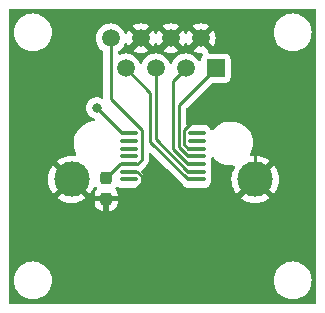
<source format=gbr>
%TF.GenerationSoftware,KiCad,Pcbnew,7.0.2-6a45011f42~172~ubuntu22.04.1*%
%TF.CreationDate,2023-07-12T14:03:09-05:00*%
%TF.ProjectId,Encoder,456e636f-6465-4722-9e6b-696361645f70,rev?*%
%TF.SameCoordinates,Original*%
%TF.FileFunction,Copper,L1,Top*%
%TF.FilePolarity,Positive*%
%FSLAX46Y46*%
G04 Gerber Fmt 4.6, Leading zero omitted, Abs format (unit mm)*
G04 Created by KiCad (PCBNEW 7.0.2-6a45011f42~172~ubuntu22.04.1) date 2023-07-12 14:03:09*
%MOMM*%
%LPD*%
G01*
G04 APERTURE LIST*
G04 Aperture macros list*
%AMRoundRect*
0 Rectangle with rounded corners*
0 $1 Rounding radius*
0 $2 $3 $4 $5 $6 $7 $8 $9 X,Y pos of 4 corners*
0 Add a 4 corners polygon primitive as box body*
4,1,4,$2,$3,$4,$5,$6,$7,$8,$9,$2,$3,0*
0 Add four circle primitives for the rounded corners*
1,1,$1+$1,$2,$3*
1,1,$1+$1,$4,$5*
1,1,$1+$1,$6,$7*
1,1,$1+$1,$8,$9*
0 Add four rect primitives between the rounded corners*
20,1,$1+$1,$2,$3,$4,$5,0*
20,1,$1+$1,$4,$5,$6,$7,0*
20,1,$1+$1,$6,$7,$8,$9,0*
20,1,$1+$1,$8,$9,$2,$3,0*%
G04 Aperture macros list end*
%TA.AperFunction,SMDPad,CuDef*%
%ADD10RoundRect,0.237500X-0.237500X0.300000X-0.237500X-0.300000X0.237500X-0.300000X0.237500X0.300000X0*%
%TD*%
%TA.AperFunction,SMDPad,CuDef*%
%ADD11RoundRect,0.100000X0.637500X0.100000X-0.637500X0.100000X-0.637500X-0.100000X0.637500X-0.100000X0*%
%TD*%
%TA.AperFunction,ComponentPad*%
%ADD12R,1.500000X1.500000*%
%TD*%
%TA.AperFunction,ComponentPad*%
%ADD13C,1.500000*%
%TD*%
%TA.AperFunction,ComponentPad*%
%ADD14C,3.000000*%
%TD*%
%TA.AperFunction,ViaPad*%
%ADD15C,0.800000*%
%TD*%
%TA.AperFunction,Conductor*%
%ADD16C,0.250000*%
%TD*%
G04 APERTURE END LIST*
D10*
%TO.P,C1,1*%
%TO.N,+3.3V*%
X56200000Y-62337500D03*
%TO.P,C1,2*%
%TO.N,GND*%
X56200000Y-64062500D03*
%TD*%
D11*
%TO.P,U1,1,~{CS}*%
%TO.N,CS*%
X63862500Y-62450000D03*
%TO.P,U1,2,CLK*%
%TO.N,CLK*%
X63862500Y-61800000D03*
%TO.P,U1,3,MISO*%
%TO.N,MISO*%
X63862500Y-61150000D03*
%TO.P,U1,4,MOSI*%
%TO.N,MOSI*%
X63862500Y-60500000D03*
%TO.P,U1,5,TST*%
%TO.N,GND*%
X63862500Y-59850000D03*
%TO.P,U1,6,B*%
%TO.N,unconnected-(U1-B-Pad6)*%
X63862500Y-59200000D03*
%TO.P,U1,7,A*%
%TO.N,unconnected-(U1-A-Pad7)*%
X63862500Y-58550000D03*
%TO.P,U1,8,W/PWM*%
%TO.N,Net-(U1-W{slash}PWM)*%
X58137500Y-58550000D03*
%TO.P,U1,9,V*%
%TO.N,unconnected-(U1-V-Pad9)*%
X58137500Y-59200000D03*
%TO.P,U1,10,U*%
%TO.N,unconnected-(U1-U-Pad10)*%
X58137500Y-59850000D03*
%TO.P,U1,11,VDD*%
%TO.N,unconnected-(U1-VDD-Pad11)*%
X58137500Y-60500000D03*
%TO.P,U1,12,VDD3V3*%
%TO.N,+3.3V*%
X58137500Y-61150000D03*
%TO.P,U1,13,GND*%
%TO.N,GND*%
X58137500Y-61800000D03*
%TO.P,U1,14,I/PWM*%
%TO.N,unconnected-(U1-I{slash}PWM-Pad14)*%
X58137500Y-62450000D03*
%TD*%
D12*
%TO.P,J1,1*%
%TO.N,MOSI*%
X65490000Y-53040000D03*
D13*
%TO.P,J1,2*%
%TO.N,GND*%
X64220000Y-50500000D03*
%TO.P,J1,3*%
%TO.N,MISO*%
X62950000Y-53040000D03*
%TO.P,J1,4*%
%TO.N,GND*%
X61680000Y-50500000D03*
%TO.P,J1,5*%
%TO.N,CLK*%
X60410000Y-53040000D03*
%TO.P,J1,6*%
%TO.N,GND*%
X59140000Y-50500000D03*
%TO.P,J1,7*%
%TO.N,CS*%
X57870000Y-53040000D03*
%TO.P,J1,8*%
%TO.N,+3.3V*%
X56600000Y-50500000D03*
D14*
%TO.P,J1,SH*%
%TO.N,GND*%
X68815000Y-62440000D03*
X53275000Y-62440000D03*
%TD*%
D15*
%TO.N,Net-(U1-W{slash}PWM)*%
X55400000Y-56400000D03*
%TD*%
D16*
%TO.N,+3.3V*%
X56200000Y-62337500D02*
X57387500Y-61150000D01*
X59200000Y-60776041D02*
X58826041Y-61150000D01*
X56600000Y-55673959D02*
X59200000Y-58273959D01*
X56600000Y-50500000D02*
X56600000Y-55673959D01*
X58826041Y-61150000D02*
X58137500Y-61150000D01*
X59200000Y-58273959D02*
X59200000Y-60776041D01*
X57387500Y-61150000D02*
X58137500Y-61150000D01*
%TO.N,GND*%
X63683959Y-57390000D02*
X67588427Y-57390000D01*
X68815000Y-58616573D02*
X68815000Y-62440000D01*
X62800000Y-58273959D02*
X63683959Y-57390000D01*
X63173959Y-59850000D02*
X62800000Y-59476041D01*
X57863541Y-64062500D02*
X56200000Y-64062500D01*
X59200000Y-62173959D02*
X59200000Y-62726041D01*
X58826041Y-61800000D02*
X59200000Y-62173959D01*
X63862500Y-59850000D02*
X63173959Y-59850000D01*
X58137500Y-61800000D02*
X58826041Y-61800000D01*
X67588427Y-57390000D02*
X68815000Y-58616573D01*
X62800000Y-59476041D02*
X62800000Y-58273959D01*
X59200000Y-62726041D02*
X57863541Y-64062500D01*
%TO.N,CLK*%
X60410000Y-53040000D02*
X60410000Y-59036041D01*
X63173959Y-61800000D02*
X63862500Y-61800000D01*
X60410000Y-59036041D02*
X63173959Y-61800000D01*
%TO.N,MISO*%
X61900000Y-59876041D02*
X63173959Y-61150000D01*
X62950000Y-53040000D02*
X61900000Y-54090000D01*
X61900000Y-54090000D02*
X61900000Y-59876041D01*
X63173959Y-61150000D02*
X63862500Y-61150000D01*
%TO.N,CS*%
X63173959Y-62450000D02*
X63862500Y-62450000D01*
X59960000Y-55130000D02*
X59960000Y-59236041D01*
X59960000Y-59236041D02*
X63173959Y-62450000D01*
X57870000Y-53040000D02*
X59960000Y-55130000D01*
%TO.N,MOSI*%
X63173959Y-60500000D02*
X63862500Y-60500000D01*
X62350000Y-56180000D02*
X62350000Y-59676041D01*
X65490000Y-53040000D02*
X62350000Y-56180000D01*
X62350000Y-59676041D02*
X63173959Y-60500000D01*
%TO.N,Net-(U1-W{slash}PWM)*%
X55400000Y-56400000D02*
X57550000Y-58550000D01*
X57550000Y-58550000D02*
X58137500Y-58550000D01*
%TD*%
%TA.AperFunction,Conductor*%
%TO.N,GND*%
G36*
X62723124Y-51189572D02*
G01*
X62766668Y-51127384D01*
X62837617Y-50975233D01*
X62883789Y-50922793D01*
X62950982Y-50903641D01*
X63017863Y-50923856D01*
X63062381Y-50975232D01*
X63133332Y-51127388D01*
X63176873Y-51189571D01*
X63176875Y-51189572D01*
X63775549Y-50590896D01*
X63776327Y-50601265D01*
X63825887Y-50727541D01*
X63910465Y-50833599D01*
X64022547Y-50910016D01*
X64130299Y-50943253D01*
X63530426Y-51543124D01*
X63530427Y-51543125D01*
X63592610Y-51586666D01*
X63790840Y-51679102D01*
X64002113Y-51735712D01*
X64219998Y-51754775D01*
X64259899Y-51751284D01*
X64328399Y-51765050D01*
X64378583Y-51813665D01*
X64394517Y-51881693D01*
X64371143Y-51947537D01*
X64369975Y-51949122D01*
X64296205Y-52047666D01*
X64245910Y-52182515D01*
X64245909Y-52182517D01*
X64239500Y-52242127D01*
X64239500Y-52245449D01*
X64239500Y-52308138D01*
X64219815Y-52375177D01*
X64167011Y-52420932D01*
X64097853Y-52430876D01*
X64034297Y-52401851D01*
X64013925Y-52379262D01*
X64011065Y-52375177D01*
X63911598Y-52233123D01*
X63756877Y-52078402D01*
X63577639Y-51952898D01*
X63486205Y-51910261D01*
X63379331Y-51860425D01*
X63167974Y-51803792D01*
X62950000Y-51784722D01*
X62732025Y-51803792D01*
X62520668Y-51860425D01*
X62322361Y-51952898D01*
X62143122Y-52078402D01*
X61988402Y-52233122D01*
X61862898Y-52412361D01*
X61792382Y-52563583D01*
X61746209Y-52616022D01*
X61679016Y-52635174D01*
X61612135Y-52614958D01*
X61567618Y-52563583D01*
X61501098Y-52420932D01*
X61497102Y-52412362D01*
X61371598Y-52233123D01*
X61216877Y-52078402D01*
X61037639Y-51952898D01*
X60946205Y-51910261D01*
X60839331Y-51860425D01*
X60627974Y-51803792D01*
X60409999Y-51784722D01*
X60192025Y-51803792D01*
X59980668Y-51860425D01*
X59782361Y-51952898D01*
X59603122Y-52078402D01*
X59448402Y-52233122D01*
X59322898Y-52412361D01*
X59252382Y-52563583D01*
X59206209Y-52616022D01*
X59139016Y-52635174D01*
X59072135Y-52614958D01*
X59027618Y-52563583D01*
X58961098Y-52420932D01*
X58957102Y-52412362D01*
X58831598Y-52233123D01*
X58676877Y-52078402D01*
X58497639Y-51952898D01*
X58406205Y-51910261D01*
X58299331Y-51860425D01*
X58087974Y-51803792D01*
X57870000Y-51784722D01*
X57652025Y-51803792D01*
X57440665Y-51860426D01*
X57401904Y-51878501D01*
X57332827Y-51888993D01*
X57269043Y-51860473D01*
X57230804Y-51801996D01*
X57225500Y-51766119D01*
X57225500Y-51653149D01*
X57245185Y-51586110D01*
X57278374Y-51551576D01*
X57406877Y-51461598D01*
X57561598Y-51306877D01*
X57687102Y-51127639D01*
X57757895Y-50975822D01*
X57804066Y-50923385D01*
X57871260Y-50904233D01*
X57938141Y-50924449D01*
X57982658Y-50975825D01*
X58053331Y-51127386D01*
X58096873Y-51189571D01*
X58096874Y-51189572D01*
X58695550Y-50590896D01*
X58696327Y-50601265D01*
X58745887Y-50727541D01*
X58830465Y-50833599D01*
X58942547Y-50910016D01*
X59050299Y-50943253D01*
X58450426Y-51543124D01*
X58450427Y-51543125D01*
X58512610Y-51586666D01*
X58710840Y-51679102D01*
X58922113Y-51735712D01*
X59140000Y-51754775D01*
X59357886Y-51735712D01*
X59569159Y-51679102D01*
X59767385Y-51586667D01*
X59829572Y-51543124D01*
X59228232Y-50941784D01*
X59274138Y-50934865D01*
X59396357Y-50876007D01*
X59495798Y-50783740D01*
X59563625Y-50666260D01*
X59581499Y-50587946D01*
X60183124Y-51189572D01*
X60226668Y-51127384D01*
X60297617Y-50975233D01*
X60343789Y-50922793D01*
X60410982Y-50903641D01*
X60477863Y-50923856D01*
X60522381Y-50975232D01*
X60593332Y-51127388D01*
X60636873Y-51189571D01*
X60636875Y-51189572D01*
X61235550Y-50590896D01*
X61236327Y-50601265D01*
X61285887Y-50727541D01*
X61370465Y-50833599D01*
X61482547Y-50910016D01*
X61590299Y-50943253D01*
X60990426Y-51543124D01*
X60990427Y-51543125D01*
X61052610Y-51586666D01*
X61250840Y-51679102D01*
X61462113Y-51735712D01*
X61680000Y-51754775D01*
X61897886Y-51735712D01*
X62109159Y-51679102D01*
X62307385Y-51586667D01*
X62369572Y-51543124D01*
X61768232Y-50941784D01*
X61814138Y-50934865D01*
X61936357Y-50876007D01*
X62035798Y-50783740D01*
X62103625Y-50666260D01*
X62121499Y-50587946D01*
X62723124Y-51189572D01*
G37*
%TD.AperFunction*%
%TA.AperFunction,Conductor*%
G36*
X73942539Y-48020185D02*
G01*
X73988294Y-48072989D01*
X73999500Y-48124500D01*
X73999500Y-72875500D01*
X73979815Y-72942539D01*
X73927011Y-72988294D01*
X73875500Y-72999500D01*
X48124500Y-72999500D01*
X48057461Y-72979815D01*
X48011706Y-72927011D01*
X48000500Y-72875500D01*
X48000500Y-70999999D01*
X48394551Y-70999999D01*
X48414317Y-71251149D01*
X48473126Y-71496110D01*
X48521330Y-71612484D01*
X48569534Y-71728859D01*
X48701164Y-71943659D01*
X48864776Y-72135224D01*
X49056341Y-72298836D01*
X49271141Y-72430466D01*
X49503889Y-72526873D01*
X49748852Y-72585683D01*
X50000000Y-72605449D01*
X50251148Y-72585683D01*
X50496111Y-72526873D01*
X50728859Y-72430466D01*
X50943659Y-72298836D01*
X51135224Y-72135224D01*
X51298836Y-71943659D01*
X51430466Y-71728859D01*
X51526873Y-71496111D01*
X51585683Y-71251148D01*
X51605449Y-71000000D01*
X51605449Y-70999999D01*
X70394551Y-70999999D01*
X70414317Y-71251149D01*
X70473126Y-71496110D01*
X70521330Y-71612484D01*
X70569534Y-71728859D01*
X70701164Y-71943659D01*
X70864776Y-72135224D01*
X71056341Y-72298836D01*
X71271141Y-72430466D01*
X71503889Y-72526873D01*
X71748852Y-72585683D01*
X72000000Y-72605449D01*
X72251148Y-72585683D01*
X72496111Y-72526873D01*
X72728859Y-72430466D01*
X72943659Y-72298836D01*
X73135224Y-72135224D01*
X73298836Y-71943659D01*
X73430466Y-71728859D01*
X73526873Y-71496111D01*
X73585683Y-71251148D01*
X73605449Y-71000000D01*
X73585683Y-70748852D01*
X73526873Y-70503889D01*
X73430466Y-70271141D01*
X73298836Y-70056341D01*
X73135224Y-69864776D01*
X72943659Y-69701164D01*
X72728859Y-69569534D01*
X72612485Y-69521330D01*
X72496110Y-69473126D01*
X72251149Y-69414317D01*
X72000000Y-69394551D01*
X71748850Y-69414317D01*
X71503889Y-69473126D01*
X71271139Y-69569535D01*
X71056342Y-69701163D01*
X70864776Y-69864776D01*
X70701163Y-70056342D01*
X70569535Y-70271139D01*
X70473126Y-70503889D01*
X70414317Y-70748850D01*
X70394551Y-70999999D01*
X51605449Y-70999999D01*
X51585683Y-70748852D01*
X51526873Y-70503889D01*
X51430466Y-70271141D01*
X51298836Y-70056341D01*
X51135224Y-69864776D01*
X50943659Y-69701164D01*
X50728859Y-69569534D01*
X50612485Y-69521330D01*
X50496110Y-69473126D01*
X50251149Y-69414317D01*
X50000000Y-69394551D01*
X49748850Y-69414317D01*
X49503889Y-69473126D01*
X49271139Y-69569535D01*
X49056342Y-69701163D01*
X48864776Y-69864776D01*
X48701163Y-70056342D01*
X48569535Y-70271139D01*
X48473126Y-70503889D01*
X48414317Y-70748850D01*
X48394551Y-70999999D01*
X48000500Y-70999999D01*
X48000500Y-62439999D01*
X51269890Y-62439999D01*
X51290300Y-62725357D01*
X51351111Y-63004902D01*
X51451088Y-63272952D01*
X51588193Y-63524042D01*
X51694883Y-63666562D01*
X52558338Y-62803107D01*
X52645577Y-62941948D01*
X52773052Y-63069423D01*
X52911890Y-63156660D01*
X52048436Y-64020115D01*
X52190958Y-64126806D01*
X52442047Y-64263911D01*
X52710097Y-64363888D01*
X52989642Y-64424699D01*
X53274999Y-64445109D01*
X53560357Y-64424699D01*
X53839902Y-64363888D01*
X53977679Y-64312500D01*
X55225001Y-64312500D01*
X55225001Y-64408497D01*
X55225321Y-64414779D01*
X55235318Y-64512650D01*
X55289546Y-64676301D01*
X55380056Y-64823040D01*
X55501959Y-64944943D01*
X55648698Y-65035453D01*
X55812348Y-65089681D01*
X55910203Y-65099678D01*
X55916519Y-65099999D01*
X55950000Y-65099999D01*
X55950000Y-64312500D01*
X56450000Y-64312500D01*
X56450000Y-65099999D01*
X56483497Y-65099999D01*
X56489779Y-65099678D01*
X56587650Y-65089681D01*
X56751301Y-65035453D01*
X56898040Y-64944943D01*
X57019943Y-64823040D01*
X57110453Y-64676301D01*
X57164681Y-64512651D01*
X57174680Y-64414777D01*
X57175000Y-64408499D01*
X57175000Y-64312500D01*
X56450000Y-64312500D01*
X55950000Y-64312500D01*
X55225001Y-64312500D01*
X53977679Y-64312500D01*
X54107952Y-64263911D01*
X54359041Y-64126806D01*
X54501562Y-64020115D01*
X53638108Y-63156661D01*
X53776948Y-63069423D01*
X53904423Y-62941948D01*
X53991661Y-62803108D01*
X54855115Y-63666562D01*
X54961806Y-63524041D01*
X55098910Y-63272953D01*
X55156678Y-63118070D01*
X55198549Y-63062136D01*
X55264013Y-63037719D01*
X55332286Y-63052570D01*
X55378398Y-63096304D01*
X55379661Y-63098352D01*
X55393981Y-63112672D01*
X55427466Y-63173995D01*
X55422482Y-63243687D01*
X55393983Y-63288032D01*
X55380057Y-63301958D01*
X55289546Y-63448698D01*
X55235318Y-63612348D01*
X55225319Y-63710222D01*
X55225000Y-63716500D01*
X55225000Y-63812500D01*
X57174999Y-63812500D01*
X57174999Y-63716502D01*
X57174678Y-63710220D01*
X57164681Y-63612349D01*
X57110453Y-63448698D01*
X57019943Y-63301959D01*
X57006018Y-63288034D01*
X56972533Y-63226711D01*
X56977517Y-63157019D01*
X57006020Y-63112670D01*
X57030591Y-63088100D01*
X57033152Y-63090661D01*
X57066971Y-63060242D01*
X57135934Y-63049018D01*
X57196052Y-63073687D01*
X57197158Y-63074535D01*
X57197159Y-63074536D01*
X57343238Y-63135044D01*
X57460639Y-63150500D01*
X58814360Y-63150499D01*
X58931762Y-63135044D01*
X59077841Y-63074536D01*
X59203282Y-62978282D01*
X59299536Y-62852841D01*
X59360044Y-62706762D01*
X59375500Y-62589361D01*
X59375499Y-62310640D01*
X59372870Y-62290669D01*
X59360045Y-62193239D01*
X59351163Y-62171797D01*
X59343694Y-62102328D01*
X59351164Y-62076888D01*
X59359556Y-62056628D01*
X59367012Y-62000000D01*
X59324500Y-62000000D01*
X59257461Y-61980315D01*
X59226124Y-61951486D01*
X59203281Y-61921716D01*
X59172861Y-61898374D01*
X59131659Y-61841946D01*
X59127504Y-61772200D01*
X59161717Y-61711280D01*
X59172850Y-61701632D01*
X59203282Y-61678282D01*
X59226121Y-61648516D01*
X59282549Y-61607312D01*
X59324499Y-61600000D01*
X59367010Y-61600000D01*
X59367011Y-61599998D01*
X59362617Y-61566619D01*
X59373383Y-61497584D01*
X59397871Y-61462759D01*
X59583786Y-61276843D01*
X59599881Y-61263951D01*
X59601873Y-61261829D01*
X59601877Y-61261827D01*
X59647949Y-61212764D01*
X59650534Y-61210096D01*
X59670120Y-61190512D01*
X59672585Y-61187333D01*
X59680167Y-61178457D01*
X59683248Y-61175176D01*
X59710062Y-61146623D01*
X59719712Y-61129068D01*
X59730400Y-61112798D01*
X59742671Y-61096979D01*
X59742673Y-61096977D01*
X59760026Y-61056873D01*
X59765157Y-61046403D01*
X59766567Y-61043839D01*
X59786197Y-61008133D01*
X59791175Y-60988740D01*
X59797481Y-60970323D01*
X59802664Y-60958347D01*
X59805438Y-60951937D01*
X59812272Y-60908786D01*
X59814635Y-60897372D01*
X59825500Y-60855060D01*
X59825500Y-60835023D01*
X59827027Y-60815625D01*
X59830160Y-60795845D01*
X59826050Y-60752365D01*
X59825500Y-60740696D01*
X59825500Y-60285493D01*
X59845185Y-60218454D01*
X59897989Y-60172699D01*
X59967147Y-60162755D01*
X60030703Y-60191780D01*
X60037179Y-60197810D01*
X61361822Y-61522454D01*
X62673155Y-62833787D01*
X62686055Y-62849888D01*
X62688172Y-62851876D01*
X62688173Y-62851877D01*
X62689200Y-62852841D01*
X62722160Y-62883793D01*
X62735652Y-62898699D01*
X62796717Y-62978282D01*
X62905999Y-63062136D01*
X62922159Y-63074536D01*
X63068238Y-63135044D01*
X63185639Y-63150500D01*
X64539360Y-63150499D01*
X64656762Y-63135044D01*
X64802841Y-63074536D01*
X64928282Y-62978282D01*
X65024536Y-62852841D01*
X65085044Y-62706762D01*
X65100500Y-62589361D01*
X65100499Y-62310640D01*
X65085044Y-62193238D01*
X65076433Y-62172451D01*
X65068965Y-62102985D01*
X65076432Y-62077551D01*
X65085044Y-62056762D01*
X65100500Y-61939361D01*
X65100499Y-61660640D01*
X65085044Y-61543238D01*
X65076433Y-61522451D01*
X65068965Y-61452985D01*
X65076432Y-61427551D01*
X65085044Y-61406762D01*
X65100500Y-61289361D01*
X65100499Y-61010640D01*
X65085044Y-60893238D01*
X65076433Y-60872451D01*
X65068965Y-60802985D01*
X65076432Y-60777551D01*
X65085044Y-60756762D01*
X65098920Y-60651360D01*
X65127185Y-60587466D01*
X65185509Y-60548994D01*
X65255374Y-60548162D01*
X65314597Y-60585234D01*
X65317170Y-60588227D01*
X65340356Y-60616088D01*
X65406209Y-60695218D01*
X65610677Y-60878423D01*
X65839641Y-61029904D01*
X66088221Y-61146433D01*
X66351119Y-61225527D01*
X66622731Y-61265500D01*
X66622734Y-61265500D01*
X66826285Y-61265500D01*
X66828547Y-61265500D01*
X66965186Y-61255499D01*
X67033484Y-61270237D01*
X67082971Y-61319560D01*
X67097937Y-61387808D01*
X67083070Y-61438595D01*
X66991088Y-61607046D01*
X66891111Y-61875097D01*
X66830300Y-62154642D01*
X66809890Y-62439999D01*
X66830300Y-62725357D01*
X66891111Y-63004902D01*
X66991088Y-63272952D01*
X67128193Y-63524042D01*
X67234883Y-63666562D01*
X68098338Y-62803107D01*
X68185577Y-62941948D01*
X68313052Y-63069423D01*
X68451891Y-63156661D01*
X67588436Y-64020115D01*
X67730958Y-64126806D01*
X67982047Y-64263911D01*
X68250097Y-64363888D01*
X68529642Y-64424699D01*
X68815000Y-64445109D01*
X69100357Y-64424699D01*
X69379902Y-64363888D01*
X69647952Y-64263911D01*
X69899041Y-64126806D01*
X70041562Y-64020115D01*
X69178108Y-63156661D01*
X69316948Y-63069423D01*
X69444423Y-62941948D01*
X69531661Y-62803108D01*
X70395115Y-63666562D01*
X70501806Y-63524041D01*
X70638911Y-63272952D01*
X70738888Y-63004902D01*
X70799699Y-62725357D01*
X70820109Y-62439999D01*
X70799699Y-62154642D01*
X70738888Y-61875097D01*
X70638911Y-61607047D01*
X70501806Y-61355958D01*
X70395115Y-61213436D01*
X69531660Y-62076890D01*
X69444423Y-61938052D01*
X69316948Y-61810577D01*
X69178108Y-61723338D01*
X70041562Y-60859883D01*
X69899042Y-60753193D01*
X69647952Y-60616088D01*
X69379902Y-60516111D01*
X69100357Y-60455300D01*
X68814999Y-60434890D01*
X68533148Y-60455049D01*
X68464875Y-60440197D01*
X68415470Y-60390792D01*
X68400618Y-60322519D01*
X68414024Y-60274667D01*
X68471562Y-60162755D01*
X68490727Y-60125479D01*
X68579370Y-59865646D01*
X68586964Y-59824536D01*
X68629236Y-59595674D01*
X68639262Y-59321321D01*
X68624189Y-59184325D01*
X68609236Y-59048429D01*
X68539796Y-58782818D01*
X68432423Y-58530148D01*
X68289405Y-58295804D01*
X68113791Y-58084782D01*
X67909323Y-57901577D01*
X67680359Y-57750096D01*
X67431779Y-57633567D01*
X67168881Y-57554473D01*
X66897269Y-57514500D01*
X66691453Y-57514500D01*
X66689204Y-57514664D01*
X66689193Y-57514665D01*
X66486194Y-57529522D01*
X66218225Y-57589215D01*
X65961803Y-57687288D01*
X65722391Y-57821653D01*
X65505094Y-57989443D01*
X65314548Y-58187081D01*
X65271294Y-58247539D01*
X65216277Y-58290608D01*
X65146709Y-58297095D01*
X65084677Y-58264941D01*
X65055885Y-58222841D01*
X65024536Y-58147158D01*
X64928282Y-58021717D01*
X64802840Y-57925463D01*
X64656762Y-57864956D01*
X64543380Y-57850029D01*
X64543378Y-57850028D01*
X64539361Y-57849500D01*
X64535307Y-57849500D01*
X63189694Y-57849500D01*
X63189678Y-57849500D01*
X63185640Y-57849501D01*
X63181631Y-57850028D01*
X63181627Y-57850029D01*
X63115682Y-57858710D01*
X63046647Y-57847942D01*
X62994392Y-57801561D01*
X62975500Y-57735770D01*
X62975500Y-57184151D01*
X62975500Y-56490447D01*
X62995184Y-56423412D01*
X63011809Y-56402780D01*
X65087771Y-54326817D01*
X65149094Y-54293333D01*
X65175452Y-54290499D01*
X66284561Y-54290499D01*
X66287872Y-54290499D01*
X66347483Y-54284091D01*
X66482331Y-54233796D01*
X66597546Y-54147546D01*
X66683796Y-54032331D01*
X66734091Y-53897483D01*
X66740500Y-53837873D01*
X66740499Y-52242128D01*
X66734091Y-52182517D01*
X66683796Y-52047669D01*
X66597546Y-51932454D01*
X66482331Y-51846204D01*
X66347483Y-51795909D01*
X66287873Y-51789500D01*
X66284551Y-51789500D01*
X64950988Y-51789500D01*
X64883949Y-51769815D01*
X64838194Y-51717011D01*
X64828250Y-51647853D01*
X64857275Y-51584297D01*
X64879865Y-51563924D01*
X64909571Y-51543123D01*
X64308232Y-50941784D01*
X64354138Y-50934865D01*
X64476357Y-50876007D01*
X64575798Y-50783740D01*
X64643625Y-50666260D01*
X64661499Y-50587946D01*
X65263124Y-51189572D01*
X65306667Y-51127385D01*
X65399102Y-50929159D01*
X65455712Y-50717886D01*
X65474775Y-50500000D01*
X65455712Y-50282113D01*
X65399102Y-50070840D01*
X65366068Y-50000000D01*
X70394551Y-50000000D01*
X70414317Y-50251149D01*
X70473126Y-50496110D01*
X70474738Y-50500001D01*
X70569534Y-50728859D01*
X70701164Y-50943659D01*
X70864776Y-51135224D01*
X71056341Y-51298836D01*
X71271141Y-51430466D01*
X71503889Y-51526873D01*
X71748852Y-51585683D01*
X72000000Y-51605449D01*
X72251148Y-51585683D01*
X72496111Y-51526873D01*
X72728859Y-51430466D01*
X72943659Y-51298836D01*
X73135224Y-51135224D01*
X73298836Y-50943659D01*
X73430466Y-50728859D01*
X73526873Y-50496111D01*
X73585683Y-50251148D01*
X73605449Y-50000000D01*
X73585683Y-49748852D01*
X73526873Y-49503889D01*
X73430466Y-49271141D01*
X73298836Y-49056341D01*
X73135224Y-48864776D01*
X72943659Y-48701164D01*
X72728859Y-48569534D01*
X72612484Y-48521330D01*
X72496110Y-48473126D01*
X72251149Y-48414317D01*
X72000000Y-48394551D01*
X71748850Y-48414317D01*
X71503889Y-48473126D01*
X71271139Y-48569535D01*
X71056342Y-48701163D01*
X70864776Y-48864776D01*
X70701163Y-49056342D01*
X70569535Y-49271139D01*
X70473126Y-49503889D01*
X70414317Y-49748850D01*
X70394551Y-50000000D01*
X65366068Y-50000000D01*
X65306667Y-49872615D01*
X65263123Y-49810428D01*
X64664449Y-50409101D01*
X64663673Y-50398735D01*
X64614113Y-50272459D01*
X64529535Y-50166401D01*
X64417453Y-50089984D01*
X64309698Y-50056746D01*
X64909572Y-49456874D01*
X64909571Y-49456873D01*
X64847386Y-49413331D01*
X64649161Y-49320898D01*
X64437886Y-49264287D01*
X64220000Y-49245224D01*
X64002113Y-49264287D01*
X63790840Y-49320897D01*
X63592611Y-49413333D01*
X63530428Y-49456874D01*
X63530427Y-49456875D01*
X64131767Y-50058215D01*
X64085862Y-50065135D01*
X63963643Y-50123993D01*
X63864202Y-50216260D01*
X63796375Y-50333740D01*
X63778500Y-50412052D01*
X63176875Y-49810427D01*
X63176874Y-49810428D01*
X63133333Y-49872611D01*
X63062382Y-50024767D01*
X63016209Y-50077206D01*
X62949016Y-50096358D01*
X62882135Y-50076142D01*
X62837618Y-50024767D01*
X62766667Y-49872615D01*
X62723123Y-49810428D01*
X62124449Y-50409101D01*
X62123673Y-50398735D01*
X62074113Y-50272459D01*
X61989535Y-50166401D01*
X61877453Y-50089984D01*
X61769700Y-50056747D01*
X62369572Y-49456875D01*
X62369571Y-49456873D01*
X62307386Y-49413331D01*
X62109161Y-49320898D01*
X61897886Y-49264287D01*
X61680000Y-49245224D01*
X61462113Y-49264287D01*
X61250840Y-49320897D01*
X61052611Y-49413333D01*
X60990428Y-49456874D01*
X60990427Y-49456875D01*
X61591768Y-50058215D01*
X61545862Y-50065135D01*
X61423643Y-50123993D01*
X61324202Y-50216260D01*
X61256375Y-50333740D01*
X61238500Y-50412053D01*
X60636875Y-49810427D01*
X60636874Y-49810428D01*
X60593333Y-49872611D01*
X60522382Y-50024767D01*
X60476209Y-50077206D01*
X60409016Y-50096358D01*
X60342135Y-50076142D01*
X60297618Y-50024767D01*
X60226667Y-49872615D01*
X60183123Y-49810428D01*
X59584449Y-50409101D01*
X59583673Y-50398735D01*
X59534113Y-50272459D01*
X59449535Y-50166401D01*
X59337453Y-50089984D01*
X59229699Y-50056746D01*
X59829572Y-49456874D01*
X59829571Y-49456873D01*
X59767386Y-49413331D01*
X59569161Y-49320898D01*
X59357886Y-49264287D01*
X59140000Y-49245224D01*
X58922113Y-49264287D01*
X58710840Y-49320897D01*
X58512611Y-49413333D01*
X58450428Y-49456874D01*
X58450427Y-49456875D01*
X59051769Y-50058215D01*
X59005862Y-50065135D01*
X58883643Y-50123993D01*
X58784202Y-50216260D01*
X58716375Y-50333740D01*
X58698500Y-50412054D01*
X58096875Y-49810427D01*
X58096874Y-49810428D01*
X58053333Y-49872612D01*
X57982658Y-50024175D01*
X57936485Y-50076614D01*
X57869292Y-50095766D01*
X57802411Y-50075550D01*
X57757894Y-50024175D01*
X57746621Y-50000000D01*
X57687102Y-49872362D01*
X57561598Y-49693123D01*
X57406877Y-49538402D01*
X57227639Y-49412898D01*
X57136205Y-49370261D01*
X57029331Y-49320425D01*
X56817974Y-49263792D01*
X56600000Y-49244722D01*
X56382025Y-49263792D01*
X56170668Y-49320425D01*
X55972361Y-49412898D01*
X55793122Y-49538402D01*
X55638402Y-49693122D01*
X55512898Y-49872361D01*
X55420425Y-50070668D01*
X55363792Y-50282025D01*
X55344722Y-50500000D01*
X55363792Y-50717974D01*
X55420425Y-50929331D01*
X55442106Y-50975825D01*
X55512898Y-51127639D01*
X55638402Y-51306877D01*
X55793123Y-51461598D01*
X55921624Y-51551575D01*
X55965247Y-51606151D01*
X55974499Y-51653149D01*
X55974499Y-55479120D01*
X55954814Y-55546159D01*
X55902010Y-55591914D01*
X55832852Y-55601858D01*
X55800063Y-55592399D01*
X55679802Y-55538855D01*
X55494648Y-55499500D01*
X55494646Y-55499500D01*
X55305354Y-55499500D01*
X55305352Y-55499500D01*
X55120197Y-55538855D01*
X54947269Y-55615848D01*
X54794129Y-55727110D01*
X54667466Y-55867783D01*
X54572820Y-56031715D01*
X54514326Y-56211742D01*
X54494540Y-56400000D01*
X54514326Y-56588257D01*
X54572820Y-56768284D01*
X54667466Y-56932216D01*
X54794129Y-57072889D01*
X54947269Y-57184151D01*
X55063168Y-57235752D01*
X55120197Y-57261144D01*
X55190048Y-57275991D01*
X55251528Y-57309183D01*
X55285305Y-57370345D01*
X55280653Y-57440060D01*
X55239049Y-57496193D01*
X55173702Y-57520921D01*
X55173318Y-57520950D01*
X55056194Y-57529522D01*
X54788225Y-57589215D01*
X54531803Y-57687288D01*
X54292391Y-57821653D01*
X54075094Y-57989443D01*
X53884545Y-58187083D01*
X53724802Y-58410364D01*
X53599272Y-58654521D01*
X53510629Y-58914352D01*
X53460763Y-59184325D01*
X53450737Y-59458678D01*
X53480763Y-59731569D01*
X53505068Y-59824536D01*
X53550204Y-59997182D01*
X53657577Y-60249852D01*
X53667736Y-60266498D01*
X53685855Y-60333978D01*
X53664617Y-60400541D01*
X53610763Y-60445055D01*
X53553043Y-60454777D01*
X53275000Y-60434890D01*
X52989642Y-60455300D01*
X52710097Y-60516111D01*
X52442047Y-60616088D01*
X52190954Y-60753195D01*
X52048437Y-60859882D01*
X52048436Y-60859882D01*
X52911891Y-61723338D01*
X52773052Y-61810577D01*
X52645577Y-61938052D01*
X52558338Y-62076891D01*
X51694883Y-61213436D01*
X51694882Y-61213437D01*
X51588195Y-61355954D01*
X51451088Y-61607047D01*
X51351111Y-61875097D01*
X51290300Y-62154642D01*
X51269890Y-62439999D01*
X48000500Y-62439999D01*
X48000500Y-50000000D01*
X48394551Y-50000000D01*
X48414317Y-50251149D01*
X48473126Y-50496110D01*
X48474738Y-50500001D01*
X48569534Y-50728859D01*
X48701164Y-50943659D01*
X48864776Y-51135224D01*
X49056341Y-51298836D01*
X49271141Y-51430466D01*
X49503889Y-51526873D01*
X49748852Y-51585683D01*
X50000000Y-51605449D01*
X50251148Y-51585683D01*
X50496111Y-51526873D01*
X50728859Y-51430466D01*
X50943659Y-51298836D01*
X51135224Y-51135224D01*
X51298836Y-50943659D01*
X51430466Y-50728859D01*
X51526873Y-50496111D01*
X51585683Y-50251148D01*
X51605449Y-50000000D01*
X51585683Y-49748852D01*
X51526873Y-49503889D01*
X51430466Y-49271141D01*
X51298836Y-49056341D01*
X51135224Y-48864776D01*
X50943659Y-48701164D01*
X50728859Y-48569534D01*
X50612485Y-48521330D01*
X50496110Y-48473126D01*
X50251149Y-48414317D01*
X50000000Y-48394551D01*
X49748850Y-48414317D01*
X49503889Y-48473126D01*
X49271139Y-48569535D01*
X49056342Y-48701163D01*
X48864776Y-48864776D01*
X48701163Y-49056342D01*
X48569535Y-49271139D01*
X48473126Y-49503889D01*
X48414317Y-49748850D01*
X48394551Y-50000000D01*
X48000500Y-50000000D01*
X48000500Y-48124500D01*
X48020185Y-48057461D01*
X48072989Y-48011706D01*
X48124500Y-48000500D01*
X73875500Y-48000500D01*
X73942539Y-48020185D01*
G37*
%TD.AperFunction*%
%TD*%
M02*

</source>
